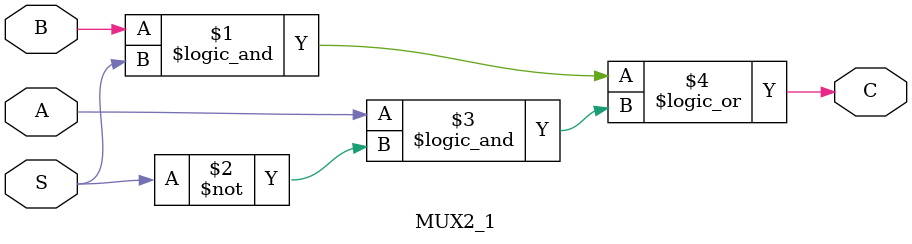
<source format=v>
/*******************************************************************
*
* Module: MUX2
* Project: RISC-V Implementation
* Author: Amr Morsy amrhassan18@aucegypt.edu
          Mohi Eldin El Ulabi mhulabi@aucegypt.edu
* Description: This is a 2x1 MUX, but the input is 1-bit wires. It is used in the register.v
*
* IMPORTANT Change history: 28/10/21 – I wrote the code
*
**********************************************************************/

`timescale 1ns / 1ps
`include "defines.v"


module MUX2_1(
    input A,
    input B,
    input S,
    output wire C
);

assign C = (B&&S) || (A&&~S) ;

endmodule

</source>
